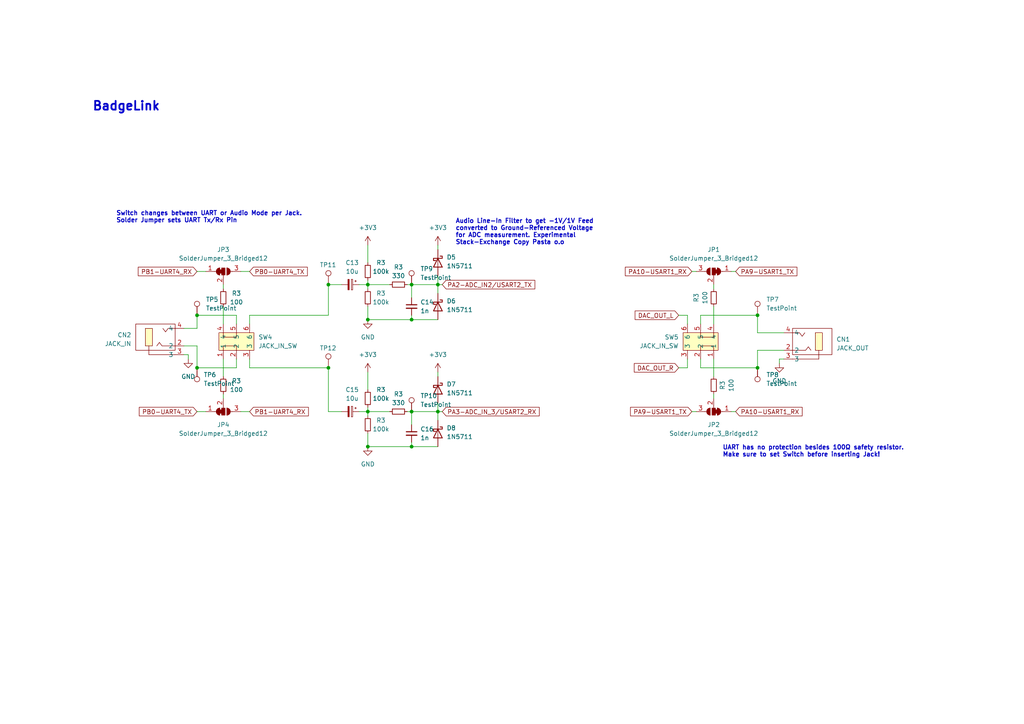
<source format=kicad_sch>
(kicad_sch (version 20230121) (generator eeschema)
  (paper "A4")
  (lib_symbols
    (symbol "Connector:TestPoint" (pin_numbers hide) (pin_names (offset 0.762) hide)
      (property "Reference" "TP" (at 0 6.858 0))
      (property "Value" "TestPoint" (at 0 5.08 0))
      (symbol "TestPoint_0_1"
        (circle (center 0 3.302) (radius 0.762))
      )
      (symbol "TestPoint_1_1"
        (pin passive line (at 0 0 90) (length 2.54) (name "1") (number "1"))
      )
    )
    (symbol "Device:C_Polarized_Small" (pin_numbers hide) (pin_names (offset 0.254) hide)
      (property "Reference" "C" (at 0.254 1.778 0))
      (property "Value" "C_Polarized_Small" (at 0.254 -2.032 0))
      (symbol "C_Polarized_Small_0_1"
        (rectangle (start -1.524 -0.3048) (end 1.524 -0.6858) (fill (type outline)))
        (rectangle (start -1.524 0.6858) (end 1.524 0.3048))
        (polyline (pts (xy -1.27 1.524) (xy -0.762 1.524)))
        (polyline (pts (xy -1.016 1.27) (xy -1.016 1.778)))
      )
      (symbol "C_Polarized_Small_1_1"
        (pin passive line (at 0 2.54 270) (length 1.8542) (name "~") (number "1"))
        (pin passive line (at 0 -2.54 90) (length 1.8542) (name "~") (number "2"))
      )
    )
    (symbol "Device:C_Small" (pin_numbers hide) (pin_names (offset 0.254) hide)
      (property "Reference" "C" (at 0.254 1.778 0))
      (property "Value" "C_Small" (at 0.254 -2.032 0))
      (symbol "C_Small_0_1"
        (polyline (pts (xy -1.524 -0.508) (xy 1.524 -0.508)) (stroke (width 0.3302)))
        (polyline (pts (xy -1.524 0.508) (xy 1.524 0.508)) (stroke (width 0.3048)))
      )
      (symbol "C_Small_1_1"
        (pin passive line (at 0 2.54 270) (length 2.032) (name "~") (number "1"))
        (pin passive line (at 0 -2.54 90) (length 2.032) (name "~") (number "2"))
      )
    )
    (symbol "Device:D_Schottky" (pin_numbers hide) (pin_names (offset 1.016) hide)
      (property "Reference" "D" (at 0 2.54 0))
      (property "Value" "D_Schottky" (at 0 -2.54 0))
      (symbol "D_Schottky_0_1"
        (polyline (pts (xy 1.27 0) (xy -1.27 0)))
        (polyline (pts (xy 1.27 1.27) (xy 1.27 -1.27) (xy -1.27 0) (xy 1.27 1.27)) (stroke (width 0.254)))
        (polyline (pts (xy -1.905 0.635) (xy -1.905 1.27) (xy -1.27 1.27) (xy -1.27 -1.27) (xy -0.635 -1.27) (xy -0.635 -0.635)) (stroke (width 0.254)))
      )
      (symbol "D_Schottky_1_1"
        (pin passive line (at -3.81 0 0) (length 2.54) (name "K") (number "1"))
        (pin passive line (at 3.81 0 180) (length 2.54) (name "A") (number "2"))
      )
    )
    (symbol "Device:R_Small" (pin_numbers hide) (pin_names (offset 0.254) hide)
      (property "Reference" "R" (at 0.762 0.508 0))
      (property "Value" "R_Small" (at 0.762 -1.016 0))
      (symbol "R_Small_0_1"
        (rectangle (start -0.762 1.778) (end 0.762 -1.778) (stroke (width 0.2032)))
      )
      (symbol "R_Small_1_1"
        (pin passive line (at 0 2.54 270) (length 0.762) (name "~") (number "1"))
        (pin passive line (at 0 -2.54 90) (length 0.762) (name "~") (number "2"))
      )
    )
    (symbol "Jumper:SolderJumper_3_Bridged12" (pin_names (offset 0) hide)
      (property "Reference" "JP" (at -2.54 -2.54 0))
      (property "Value" "SolderJumper_3_Bridged12" (at 0 2.794 0))
      (symbol "SolderJumper_3_Bridged12_0_1"
        (rectangle (start -1.016 0.508) (end -0.508 -0.508) (fill (type outline)))
        (arc (start -1.016 1.016) (mid -2.0276 0) (end -1.016 -1.016))
        (arc (start -1.016 1.016) (mid -2.0276 0) (end -1.016 -1.016) (fill (type outline)))
        (rectangle (start -0.508 1.016) (end 0.508 -1.016) (fill (type outline)))
        (polyline (pts (xy -2.54 0) (xy -2.032 0)))
        (polyline (pts (xy -1.016 1.016) (xy -1.016 -1.016)))
        (polyline (pts (xy 0 -1.27) (xy 0 -1.016)))
        (polyline (pts (xy 1.016 1.016) (xy 1.016 -1.016)))
        (polyline (pts (xy 2.54 0) (xy 2.032 0)))
        (arc (start 1.016 -1.016) (mid 2.0276 0) (end 1.016 1.016))
        (arc (start 1.016 -1.016) (mid 2.0276 0) (end 1.016 1.016) (fill (type outline)))
      )
      (symbol "SolderJumper_3_Bridged12_1_1"
        (pin passive line (at -5.08 0 0) (length 2.54) (name "A") (number "1"))
        (pin passive line (at 0 -3.81 90) (length 2.54) (name "C") (number "2"))
        (pin passive line (at 5.08 0 180) (length 2.54) (name "B") (number "3"))
      )
    )
    (symbol "PJ-320:PJ-320"
      (property "Reference" "CN" (at 0 7.62 0))
      (property "Value" "PJ-320" (at 0 -10.16 0))
      (symbol "PJ-320_0_1"
        (rectangle (start -11.43 1.27) (end 0 -6.35))
        (rectangle (start -8.64 0) (end -6.6 -5.08) (fill (type background)))
        (polyline (pts (xy -7.62 2.54) (xy -7.62 0)))
        (polyline (pts (xy -7.62 2.54) (xy 0 2.54)))
        (polyline (pts (xy 0 -5.08) (xy -2.03 -5.08) (xy -2.79 -4.06) (xy -3.56 -5.08)))
        (polyline (pts (xy 0 0) (xy -3.81 0) (xy -4.57 -1.02) (xy -5.33 0)))
        (pin unspecified line (at 2.54 0 180) (length 2.54) (name "2") (number "2"))
        (pin unspecified line (at 2.54 2.54 180) (length 2.54) (name "3") (number "3"))
        (pin unspecified line (at 2.54 -5.08 180) (length 2.54) (name "4") (number "4"))
      )
    )
    (symbol "SS-3390S-L2:SS-3390S-L2"
      (property "Reference" "SW4" (at 6.35 1.27 0))
      (property "Value" "JACK_IN_SW" (at 6.35 -1.27 0))
      (symbol "SS-3390S-L2_0_1"
        (polyline (pts (xy -3.81 -2.54) (xy -3.81 -1.27) (xy 0 -1.27) (xy 0 -2.54)))
        (polyline (pts (xy -3.81 2.54) (xy -3.81 1.27) (xy 0 1.27) (xy 0 2.54)))
        (pin unspecified line (at -3.81 -5.08 90) (length 2.54) (name "1") (number "1"))
        (pin unspecified line (at 0 -5.08 90) (length 2.54) (name "2") (number "2"))
        (pin unspecified line (at 3.81 -5.08 90) (length 2.54) (name "3") (number "3"))
        (pin unspecified line (at -3.81 5.08 270) (length 2.54) (name "4") (number "4"))
        (pin unspecified line (at 0 5.08 270) (length 2.54) (name "5") (number "5"))
        (pin unspecified line (at 3.81 5.08 270) (length 2.54) (name "6") (number "6"))
      )
      (symbol "SS-3390S-L2_1_1"
        (rectangle (start -5.08 2.54) (end 5.08 -2.54) (fill (type background)))
      )
    )
    (symbol "SS-3390S-L2_1"
      (property "Reference" "SW5" (at 6.35 1.27 0))
      (property "Value" "JACK_IN_SW" (at 6.35 -1.27 0))
      (symbol "SS-3390S-L2_1_0_1"
        (polyline (pts (xy -3.81 -2.54) (xy -3.81 -1.27) (xy 0 -1.27) (xy 0 -2.54)))
        (polyline (pts (xy -3.81 2.54) (xy -3.81 1.27) (xy 0 1.27) (xy 0 2.54)))
        (pin unspecified line (at -3.81 -5.08 90) (length 2.54) (name "1") (number "1"))
        (pin unspecified line (at 0 -5.08 90) (length 2.54) (name "2") (number "2"))
        (pin unspecified line (at 3.81 -5.08 90) (length 2.54) (name "3") (number "3"))
        (pin unspecified line (at -3.81 5.08 270) (length 2.54) (name "4") (number "4"))
        (pin unspecified line (at 0 5.08 270) (length 2.54) (name "5") (number "5"))
        (pin unspecified line (at 3.81 5.08 270) (length 2.54) (name "6") (number "6"))
      )
      (symbol "SS-3390S-L2_1_1_1"
        (rectangle (start -5.08 2.54) (end 5.08 -2.54) (fill (type background)))
      )
    )
    (symbol "power:+3V3" (power) (pin_names (offset 0))
      (property "Value" "+3V3" (at 0 3.556 0))
      (symbol "+3V3_0_1"
        (polyline (pts (xy -0.762 1.27) (xy 0 2.54)))
        (polyline (pts (xy 0 0) (xy 0 2.54)))
        (polyline (pts (xy 0 2.54) (xy 0.762 1.27)))
      )
      (symbol "+3V3_1_1"
        (pin power_in line (at 0 0 90) (length 0) hide (name "+3V3") (number "1"))
      )
    )
    (symbol "power:GND" (power) (pin_names (offset 0))
      (property "Value" "GND" (at 0 -3.81 0))
      (symbol "GND_0_1"
        (polyline (pts (xy 0 0) (xy 0 -1.27) (xy 1.27 -1.27) (xy 0 -2.54) (xy -1.27 -1.27) (xy 0 -1.27)))
      )
      (symbol "GND_1_1"
        (pin power_in line (at 0 0 270) (length 0) hide (name "GND") (number "1"))
      )
    )
  )
  (junction (at 119.38 129.54))
  (junction (at 106.68 129.54))
  (junction (at 119.38 119.38))
  (junction (at 127 82.55))
  (junction (at 219.71 91.44))
  (junction (at 119.38 82.55))
  (junction (at 219.71 106.68))
  (junction (at 106.68 119.38))
  (junction (at 57.15 106.68))
  (junction (at 127 119.38))
  (junction (at 95.25 106.68))
  (junction (at 57.15 91.44))
  (junction (at 95.25 82.55))
  (junction (at 106.68 92.71))
  (junction (at 106.68 82.55))
  (junction (at 119.38 92.71))
  (wire (pts (xy 196.85 91.44) (xy 199.39 91.44)))
  (wire (pts (xy 106.68 82.55) (xy 106.68 83.82)))
  (wire (pts (xy 106.68 107.95) (xy 106.68 113.03)))
  (wire (pts (xy 127 119.38) (xy 128.27 119.38)))
  (wire (pts (xy 207.01 88.9) (xy 207.01 93.98)))
  (wire (pts (xy 72.39 91.44) (xy 72.39 93.98)))
  (wire (pts (xy 57.15 106.68) (xy 68.58 106.68)))
  (wire (pts (xy 203.2 104.14) (xy 203.2 106.68)))
  (wire (pts (xy 106.68 118.11) (xy 106.68 119.38)))
  (wire (pts (xy 54.61 102.87) (xy 54.61 104.14)))
  (wire (pts (xy 219.71 106.68) (xy 203.2 106.68)))
  (wire (pts (xy 64.77 88.9) (xy 64.77 93.98)))
  (wire (pts (xy 53.34 100.33) (xy 57.15 100.33)))
  (wire (pts (xy 127 107.95) (xy 127 109.22)))
  (wire (pts (xy 212.09 78.74) (xy 213.36 78.74)))
  (wire (pts (xy 104.14 119.38) (xy 106.68 119.38)))
  (wire (pts (xy 95.25 82.55) (xy 99.06 82.55)))
  (wire (pts (xy 106.68 82.55) (xy 113.03 82.55)))
  (wire (pts (xy 227.33 101.6) (xy 219.71 101.6)))
  (wire (pts (xy 118.11 82.55) (xy 119.38 82.55)))
  (wire (pts (xy 95.25 91.44) (xy 95.25 82.55)))
  (wire (pts (xy 69.85 78.74) (xy 72.39 78.74)))
  (wire (pts (xy 95.25 106.68) (xy 95.25 119.38)))
  (wire (pts (xy 106.68 81.28) (xy 106.68 82.55)))
  (wire (pts (xy 127 71.12) (xy 127 72.39)))
  (wire (pts (xy 119.38 119.38) (xy 127 119.38)))
  (wire (pts (xy 64.77 114.3) (xy 64.77 115.57)))
  (wire (pts (xy 200.66 119.38) (xy 201.93 119.38)))
  (wire (pts (xy 199.39 91.44) (xy 199.39 93.98)))
  (wire (pts (xy 119.38 129.54) (xy 127 129.54)))
  (wire (pts (xy 57.15 78.74) (xy 59.69 78.74)))
  (wire (pts (xy 72.39 106.68) (xy 95.25 106.68)))
  (wire (pts (xy 119.38 119.38) (xy 119.38 123.19)))
  (wire (pts (xy 69.85 119.38) (xy 72.39 119.38)))
  (wire (pts (xy 127 82.55) (xy 127 85.09)))
  (wire (pts (xy 119.38 128.27) (xy 119.38 129.54)))
  (wire (pts (xy 95.25 119.38) (xy 99.06 119.38)))
  (wire (pts (xy 127 119.38) (xy 127 121.92)))
  (wire (pts (xy 196.85 106.68) (xy 199.39 106.68)))
  (wire (pts (xy 106.68 71.12) (xy 106.68 76.2)))
  (wire (pts (xy 57.15 91.44) (xy 68.58 91.44)))
  (wire (pts (xy 219.71 96.52) (xy 227.33 96.52)))
  (wire (pts (xy 127 119.38) (xy 127 116.84)))
  (wire (pts (xy 212.09 119.38) (xy 213.36 119.38)))
  (wire (pts (xy 57.15 119.38) (xy 59.69 119.38)))
  (wire (pts (xy 219.71 91.44) (xy 219.71 96.52)))
  (wire (pts (xy 207.01 104.14) (xy 207.01 109.22)))
  (wire (pts (xy 53.34 102.87) (xy 54.61 102.87)))
  (wire (pts (xy 200.66 78.74) (xy 201.93 78.74)))
  (wire (pts (xy 72.39 104.14) (xy 72.39 106.68)))
  (wire (pts (xy 106.68 125.73) (xy 106.68 129.54)))
  (wire (pts (xy 226.06 105.41) (xy 226.06 104.14)))
  (wire (pts (xy 127 82.55) (xy 128.27 82.55)))
  (wire (pts (xy 57.15 100.33) (xy 57.15 106.68)))
  (wire (pts (xy 203.2 91.44) (xy 219.71 91.44)))
  (wire (pts (xy 106.68 119.38) (xy 113.03 119.38)))
  (wire (pts (xy 119.38 82.55) (xy 119.38 86.36)))
  (wire (pts (xy 106.68 88.9) (xy 106.68 92.71)))
  (wire (pts (xy 127 82.55) (xy 127 80.01)))
  (wire (pts (xy 199.39 106.68) (xy 199.39 104.14)))
  (wire (pts (xy 106.68 129.54) (xy 119.38 129.54)))
  (wire (pts (xy 106.68 92.71) (xy 119.38 92.71)))
  (wire (pts (xy 203.2 93.98) (xy 203.2 91.44)))
  (wire (pts (xy 207.01 82.55) (xy 207.01 83.82)))
  (wire (pts (xy 207.01 114.3) (xy 207.01 115.57)))
  (wire (pts (xy 68.58 91.44) (xy 68.58 93.98)))
  (wire (pts (xy 119.38 91.44) (xy 119.38 92.71)))
  (wire (pts (xy 57.15 95.25) (xy 57.15 91.44)))
  (wire (pts (xy 104.14 82.55) (xy 106.68 82.55)))
  (wire (pts (xy 68.58 106.68) (xy 68.58 104.14)))
  (wire (pts (xy 119.38 92.71) (xy 127 92.71)))
  (wire (pts (xy 72.39 91.44) (xy 95.25 91.44)))
  (wire (pts (xy 106.68 119.38) (xy 106.68 120.65)))
  (wire (pts (xy 119.38 82.55) (xy 127 82.55)))
  (wire (pts (xy 219.71 101.6) (xy 219.71 106.68)))
  (wire (pts (xy 118.11 119.38) (xy 119.38 119.38)))
  (wire (pts (xy 64.77 82.55) (xy 64.77 83.82)))
  (wire (pts (xy 64.77 104.14) (xy 64.77 109.22)))
  (wire (pts (xy 53.34 95.25) (xy 57.15 95.25)))
  (wire (pts (xy 226.06 104.14) (xy 227.33 104.14)))
  (text "BadgeLink" (at 26.67 32.385 0) (effects (font (size 2.54 2.54) bold) (justify left bottom)))
  (text "Audio Line-In Filter to get -1V/1V Feed \nconverted to Ground-Referenced Voltage\nfor ADC measurement. Experimental\nStack-Exchange Copy Pasta o.o" (at 132.08 71.12 0) (effects (font (size 1.27 1.27) bold) (justify left bottom)))
  (text "UART has no protection besides 100Ω safety resistor.\nMake sure to set Switch before inserting Jack!" (at 209.55 132.715 0) (effects (font (size 1.27 1.27) bold) (justify left bottom)))
  (text "Switch changes between UART or Audio Mode per Jack.\nSolder Jumper sets UART Tx/Rx Pin" (at 33.655 64.77 0) (effects (font (size 1.27 1.27) bold) (justify left bottom)))
  (global_label "PA9-USART1_TX" (shape input) (at 213.36 78.74 0) (property "Intersheetrefs" "${INTERSHEET_REFS}" (effects hide)))
  (global_label "PB1-UART4_RX" (shape input) (at 72.39 119.38 0) (property "Intersheetrefs" "${INTERSHEET_REFS}" (effects hide)))
  (global_label "PA2-ADC_IN2{slash}USART2_TX" (shape input) (at 128.27 82.55 0) (property "Intersheetrefs" "${INTERSHEET_REFS}" (effects hide)))
  (global_label "PB0-UART4_TX" (shape input) (at 57.15 119.38 180) (property "Intersheetrefs" "${INTERSHEET_REFS}" (effects hide)))
  (global_label "DAC_OUT_R" (shape input) (at 196.85 106.68 180) (property "Intersheetrefs" "${INTERSHEET_REFS}" (effects hide)))
  (global_label "PA9-USART1_TX" (shape input) (at 200.66 119.38 180) (property "Intersheetrefs" "${INTERSHEET_REFS}" (effects hide)))
  (global_label "DAC_OUT_L" (shape input) (at 196.85 91.44 180) (property "Intersheetrefs" "${INTERSHEET_REFS}" (effects hide)))
  (global_label "PA3-ADC_IN_3{slash}USART2_RX" (shape input) (at 128.27 119.38 0) (property "Intersheetrefs" "${INTERSHEET_REFS}" (effects hide)))
  (global_label "PA10-USART1_RX" (shape input) (at 213.36 119.38 0) (property "Intersheetrefs" "${INTERSHEET_REFS}" (effects hide)))
  (global_label "PB1-UART4_RX" (shape input) (at 57.15 78.74 180) (property "Intersheetrefs" "${INTERSHEET_REFS}" (effects hide)))
  (global_label "PB0-UART4_TX" (shape input) (at 72.39 78.74 0) (property "Intersheetrefs" "${INTERSHEET_REFS}" (effects hide)))
  (global_label "PA10-USART1_RX" (shape input) (at 200.66 78.74 180) (property "Intersheetrefs" "${INTERSHEET_REFS}" (effects hide)))
  (symbol (lib_id "Device:D_Schottky") (at 127 76.2 270) (unit 1)
    (property "Reference" "D5" (at 129.54 74.6125 90) (effects (justify left)))
    (property "Value" "1N5711" (at 129.54 77.1525 90) (effects (justify left)))
    (property "Footprint" "Diode_SMD:D_SOD-323" (effects hide))
  )
  (symbol (lib_name "SS-3390S-L2_1") (lib_id "SS-3390S-L2:SS-3390S-L2") (at 203.2 99.06 0) (mirror y) (unit 1)
    (property "Reference" "SW5" (at 196.85 97.79 0) (effects (justify left)))
    (property "Value" "JACK_IN_SW" (at 196.85 100.33 0) (effects (justify left)))
    (property "Footprint" "SS-3390S-L2:SW-SMD_6P-L7.2-W3.5-P2.50-LS6.0-BL" (effects hide))
    (property "Datasheet" "https://lcsc.com/product-detail/Toggle-Switches_XKB-Enterprise-SS-3390S-L2_C318997.html" (effects hide))
    (property "LCSC Part" "C318997" (effects hide))
  )
  (symbol (lib_id "Device:R_Small") (at 207.01 111.76 180) (unit 1)
    (property "Reference" "R3" (at 209.55 111.76 90))
    (property "Value" "100" (at 212.09 111.76 90))
    (property "Footprint" "Resistor_SMD:R_0603_1608Metric" (effects hide))
    (instances (project "Badge_Bottom" (path "" (reference "R3") (unit 1)) (path "" (reference "R7") (unit 1)) (path "" (reference "R7") (unit 1)) (path "" (reference "R7") (unit 1))))
  )
  (symbol (lib_id "Device:R_Small") (at 106.68 115.57 0) (unit 1)
    (property "Reference" "R3" (at 110.49 113.03 0))
    (property "Value" "100k" (at 110.49 115.57 0))
    (property "Footprint" "Resistor_SMD:R_0603_1608Metric" (effects hide))
    (instances (project "Badge_Bottom" (path "" (reference "R3") (unit 1)) (path "" (reference "R4") (unit 1)) (path "" (reference "R4") (unit 1)) (path "" (reference "R4") (unit 1))))
  )
  (symbol (lib_id "Device:D_Schottky") (at 127 125.73 270) (unit 1)
    (property "Reference" "D8" (at 129.54 124.1425 90) (effects (justify left)))
    (property "Value" "1N5711" (at 129.54 126.6825 90) (effects (justify left)))
    (property "Footprint" "Diode_SMD:D_SOD-323" (effects hide))
  )
  (symbol (lib_id "Connector:TestPoint") (at 219.71 106.68 180) (unit 1)
    (property "Reference" "TP8" (at 222.25 108.712 0) (effects (justify right)))
    (property "Value" "TestPoint" (at 222.25 111.252 0) (effects (justify right)))
    (property "Footprint" "TestPoint:TestPoint_Pad_D1.0mm" (effects hide))
    (instances (project "Badge_Bottom" (path "" (reference "TP8") (unit 1)) (path "" (reference "TP1") (unit 1))))
  )
  (symbol (lib_id "power:GND") (at 54.61 104.14 0) (unit 1)
    (property "Reference" "#PWR028" (effects hide))
    (property "Value" "GND" (at 54.61 109.22 0))
    (instances (project "Badge_Bottom" (path "" (reference "#PWR028") (unit 1)) (path "" (reference "#PWR029") (unit 1)) (path "" (reference "#PWR028") (unit 1))))
  )
  (symbol (lib_id "Jumper:SolderJumper_3_Bridged12") (at 207.01 119.38 180) (unit 1)
    (property "Reference" "JP2" (at 207.01 123.19 0))
    (property "Value" "SolderJumper_3_Bridged12" (at 207.01 125.73 0))
    (property "Footprint" "Jumper:SolderJumper-3_P1.3mm_Bridged12_RoundedPad1.0x1.5mm" (effects hide))
  )
  (symbol (lib_id "PJ-320:PJ-320") (at 229.87 101.6 180) (unit 1)
    (property "Reference" "CN1" (at 242.57 98.425 0) (effects (justify right)))
    (property "Value" "JACK_OUT" (at 242.57 100.965 0) (effects (justify right)))
    (property "Footprint" "PJ-320:AUDIO-TH_HOOYA_PJ-320" (effects hide))
    (property "Manufacturer" "HOOYA(皓宇电子)" (effects hide))
    (property "LCSC Part" "C2939180" (effects hide))
    (property "JLC Part" "Extended Part" (effects hide))
    (instances (project "Badge_Bottom" (path "" (reference "CN1") (unit 1)) (path "" (reference "CN2") (unit 1)) (path "" (reference "CN1") (unit 1))))
  )
  (symbol (lib_id "Jumper:SolderJumper_3_Bridged12") (at 64.77 78.74 0) (unit 1)
    (property "Reference" "JP3" (at 64.77 72.39 0))
    (property "Value" "SolderJumper_3_Bridged12" (at 64.77 74.93 0))
    (property "Footprint" "Jumper:SolderJumper-3_P1.3mm_Bridged12_RoundedPad1.0x1.5mm" (effects hide))
  )
  (symbol (lib_id "Device:R_Small") (at 115.57 82.55 90) (unit 1)
    (property "Reference" "R3" (at 115.57 77.47 90))
    (property "Value" "330" (at 115.57 80.01 90))
    (property "Footprint" "Resistor_SMD:R_0603_1608Metric" (effects hide))
    (instances (project "Badge_Bottom" (path "" (reference "R3") (unit 1)) (path "" (reference "R4") (unit 1)) (path "" (reference "R4") (unit 1)) (path "" (reference "R20") (unit 1))))
  )
  (symbol (lib_id "Connector:TestPoint") (at 57.15 106.68 180) (unit 1)
    (property "Reference" "TP6" (at 59.055 108.712 0) (effects (justify right)))
    (property "Value" "TestPoint" (at 59.055 111.252 0) (effects (justify right)))
    (property "Footprint" "TestPoint:TestPoint_Pad_D1.0mm" (effects hide))
    (instances (project "Badge_Bottom" (path "" (reference "TP6") (unit 1)) (path "" (reference "TP1") (unit 1))))
  )
  (symbol (lib_id "Device:R_Small") (at 64.77 86.36 180) (unit 1)
    (property "Reference" "R3" (at 68.58 85.09 0))
    (property "Value" "100" (at 68.58 87.63 0))
    (property "Footprint" "Resistor_SMD:R_0603_1608Metric" (effects hide))
    (instances (project "Badge_Bottom" (path "" (reference "R3") (unit 1)) (path "" (reference "R6") (unit 1)) (path "" (reference "R6") (unit 1)) (path "" (reference "R22") (unit 1))))
  )
  (symbol (lib_id "Device:C_Small") (at 119.38 125.73 0) (unit 1)
    (property "Reference" "C16" (at 121.92 124.4663 0) (effects (justify left)))
    (property "Value" "1n" (at 121.92 127.0063 0) (effects (justify left)))
    (property "Footprint" "Capacitor_SMD:C_0603_1608Metric" (effects hide))
  )
  (symbol (lib_id "Jumper:SolderJumper_3_Bridged12") (at 207.01 78.74 0) (mirror y) (unit 1)
    (property "Reference" "JP1" (at 207.01 72.39 0))
    (property "Value" "SolderJumper_3_Bridged12" (at 207.01 74.93 0))
    (property "Footprint" "Jumper:SolderJumper-3_P1.3mm_Bridged12_RoundedPad1.0x1.5mm" (effects hide))
  )
  (symbol (lib_id "Connector:TestPoint") (at 57.15 91.44 0) (unit 1)
    (property "Reference" "TP5" (at 59.69 86.868 0) (effects (justify left)))
    (property "Value" "TestPoint" (at 59.69 89.408 0) (effects (justify left)))
    (property "Footprint" "TestPoint:TestPoint_Pad_D1.0mm" (effects hide))
    (instances (project "Badge_Bottom" (path "" (reference "TP5") (unit 1)) (path "" (reference "TP1") (unit 1))))
  )
  (symbol (lib_id "power:GND") (at 106.68 92.71 0) (unit 1)
    (property "Reference" "#PWR028" (effects hide))
    (property "Value" "GND" (at 106.68 97.79 0))
    (instances (project "Badge_Bottom" (path "" (reference "#PWR028") (unit 1)) (path "" (reference "#PWR029") (unit 1)) (path "" (reference "#PWR057") (unit 1))))
  )
  (symbol (lib_id "Device:R_Small") (at 207.01 86.36 180) (unit 1)
    (property "Reference" "R3" (at 201.93 86.36 90))
    (property "Value" "100" (at 204.47 86.36 90))
    (property "Footprint" "Resistor_SMD:R_0603_1608Metric" (effects hide))
    (instances (project "Badge_Bottom" (path "" (reference "R3") (unit 1)) (path "" (reference "R6") (unit 1)) (path "" (reference "R6") (unit 1)) (path "" (reference "R6") (unit 1))))
  )
  (symbol (lib_id "SS-3390S-L2:SS-3390S-L2") (at 68.58 99.06 0) (unit 1)
    (property "Reference" "SW4" (at 74.93 97.79 0) (effects (justify left)))
    (property "Value" "JACK_IN_SW" (at 74.93 100.33 0) (effects (justify left)))
    (property "Footprint" "SS-3390S-L2:SW-SMD_6P-L7.2-W3.5-P2.50-LS6.0-BL" (effects hide))
    (property "Datasheet" "https://lcsc.com/product-detail/Toggle-Switches_XKB-Enterprise-SS-3390S-L2_C318997.html" (effects hide))
    (property "LCSC Part" "C318997" (effects hide))
  )
  (symbol (lib_id "power:+3V3") (at 106.68 71.12 0) (unit 1)
    (property "Reference" "#PWR02" (effects hide))
    (property "Value" "+3V3" (at 106.68 66.04 0))
    (instances (project "Badge_Bottom" (path "" (reference "#PWR02") (unit 1)) (path "" (reference "#PWR024") (unit 1)) (path "" (reference "#PWR058") (unit 1))))
  )
  (symbol (lib_id "Device:D_Schottky") (at 127 113.03 270) (unit 1)
    (property "Reference" "D7" (at 129.54 111.4425 90) (effects (justify left)))
    (property "Value" "1N5711" (at 129.54 113.9825 90) (effects (justify left)))
    (property "Footprint" "Diode_SMD:D_SOD-323" (effects hide))
  )
  (symbol (lib_id "Device:D_Schottky") (at 127 88.9 270) (unit 1)
    (property "Reference" "D6" (at 129.54 87.3125 90) (effects (justify left)))
    (property "Value" "1N5711" (at 129.54 89.8525 90) (effects (justify left)))
    (property "Footprint" "Diode_SMD:D_SOD-323" (effects hide))
  )
  (symbol (lib_id "power:GND") (at 226.06 105.41 0) (unit 1)
    (property "Reference" "#PWR028" (effects hide))
    (property "Value" "GND" (at 226.06 110.49 0))
    (instances (project "Badge_Bottom" (path "" (reference "#PWR028") (unit 1)) (path "" (reference "#PWR029") (unit 1)) (path "" (reference "#PWR029") (unit 1))))
  )
  (symbol (lib_id "Device:C_Small") (at 119.38 88.9 0) (unit 1)
    (property "Reference" "C14" (at 121.92 87.6363 0) (effects (justify left)))
    (property "Value" "1n" (at 121.92 90.1763 0) (effects (justify left)))
    (property "Footprint" "Capacitor_SMD:C_0603_1608Metric" (effects hide))
  )
  (symbol (lib_id "Connector:TestPoint") (at 219.71 91.44 0) (unit 1)
    (property "Reference" "TP7" (at 222.25 86.868 0) (effects (justify left)))
    (property "Value" "TestPoint" (at 222.25 89.408 0) (effects (justify left)))
    (property "Footprint" "TestPoint:TestPoint_Pad_D1.0mm" (effects hide))
    (instances (project "Badge_Bottom" (path "" (reference "TP7") (unit 1)) (path "" (reference "TP1") (unit 1))))
  )
  (symbol (lib_id "Device:C_Polarized_Small") (at 101.6 119.38 270) (unit 1)
    (property "Reference" "C15" (at 102.1461 113.03 90))
    (property "Value" "10u" (at 102.1461 115.57 90))
    (property "Footprint" "Capacitor_Tantalum_SMD:CP_EIA-3216-18_Kemet-A" (effects hide))
  )
  (symbol (lib_id "power:+3V3") (at 127 71.12 0) (unit 1)
    (property "Reference" "#PWR02" (effects hide))
    (property "Value" "+3V3" (at 127 66.04 0))
    (instances (project "Badge_Bottom" (path "" (reference "#PWR02") (unit 1)) (path "" (reference "#PWR024") (unit 1)) (path "" (reference "#PWR059") (unit 1))))
  )
  (symbol (lib_id "power:+3V3") (at 127 107.95 0) (unit 1)
    (property "Reference" "#PWR02" (effects hide))
    (property "Value" "+3V3" (at 127 102.87 0))
    (instances (project "Badge_Bottom" (path "" (reference "#PWR02") (unit 1)) (path "" (reference "#PWR024") (unit 1)) (path "" (reference "#PWR062") (unit 1))))
  )
  (symbol (lib_id "Jumper:SolderJumper_3_Bridged12") (at 64.77 119.38 0) (mirror x) (unit 1)
    (property "Reference" "JP4" (at 64.77 123.19 0))
    (property "Value" "SolderJumper_3_Bridged12" (at 64.77 125.73 0))
    (property "Footprint" "Jumper:SolderJumper-3_P1.3mm_Bridged12_RoundedPad1.0x1.5mm" (effects hide))
  )
  (symbol (lib_id "Device:R_Small") (at 106.68 78.74 0) (unit 1)
    (property "Reference" "R3" (at 110.49 76.2 0))
    (property "Value" "100k" (at 110.49 78.74 0))
    (property "Footprint" "Resistor_SMD:R_0603_1608Metric" (effects hide))
    (instances (project "Badge_Bottom" (path "" (reference "R3") (unit 1)) (path "" (reference "R4") (unit 1)) (path "" (reference "R4") (unit 1)) (path "" (reference "R19") (unit 1))))
  )
  (symbol (lib_id "PJ-320:PJ-320") (at 50.8 100.33 0) (mirror x) (unit 1)
    (property "Reference" "CN2" (at 38.1 97.155 0) (effects (justify right)))
    (property "Value" "JACK_IN" (at 38.1 99.695 0) (effects (justify right)))
    (property "Footprint" "PJ-320:AUDIO-TH_HOOYA_PJ-320" (effects hide))
    (property "Manufacturer" "HOOYA(皓宇电子)" (effects hide))
    (property "LCSC Part" "C2939180" (effects hide))
    (property "JLC Part" "Extended Part" (effects hide))
    (instances (project "Badge_Bottom" (path "" (reference "CN2") (unit 1)) (path "" (reference "CN1") (unit 1)) (path "" (reference "CN2") (unit 1))))
  )
  (symbol (lib_id "power:+3V3") (at 106.68 107.95 0) (unit 1)
    (property "Reference" "#PWR02" (effects hide))
    (property "Value" "+3V3" (at 106.68 102.87 0))
    (instances (project "Badge_Bottom" (path "" (reference "#PWR02") (unit 1)) (path "" (reference "#PWR024") (unit 1)) (path "" (reference "#PWR060") (unit 1))))
  )
  (symbol (lib_id "Device:R_Small") (at 115.57 119.38 90) (unit 1)
    (property "Reference" "R3" (at 115.57 114.3 90))
    (property "Value" "330" (at 115.57 116.84 90))
    (property "Footprint" "Resistor_SMD:R_0603_1608Metric" (effects hide))
    (instances (project "Badge_Bottom" (path "" (reference "R3") (unit 1)) (path "" (reference "R4") (unit 1)) (path "" (reference "R4") (unit 1)) (path "" (reference "R21") (unit 1))))
  )
  (symbol (lib_id "Device:C_Polarized_Small") (at 101.6 82.55 270) (unit 1)
    (property "Reference" "C13" (at 102.1461 76.2 90))
    (property "Value" "10u" (at 102.1461 78.74 90))
    (property "Footprint" "Capacitor_Tantalum_SMD:CP_EIA-3216-18_Kemet-A" (effects hide))
  )
  (symbol (lib_id "Device:R_Small") (at 64.77 111.76 180) (unit 1)
    (property "Reference" "R3" (at 68.58 110.49 0))
    (property "Value" "100" (at 68.58 113.03 0))
    (property "Footprint" "Resistor_SMD:R_0603_1608Metric" (effects hide))
    (instances (project "Badge_Bottom" (path "" (reference "R3") (unit 1)) (path "" (reference "R7") (unit 1)) (path "" (reference "R7") (unit 1)) (path "" (reference "R23") (unit 1))))
  )
  (symbol (lib_id "Device:R_Small") (at 106.68 86.36 0) (unit 1)
    (property "Reference" "R3" (at 110.49 85.09 0))
    (property "Value" "100k" (at 110.49 87.63 0))
    (property "Footprint" "Resistor_SMD:R_0603_1608Metric" (effects hide))
    (instances (project "Badge_Bottom" (path "" (reference "R3") (unit 1)) (path "" (reference "R4") (unit 1)) (path "" (reference "R4") (unit 1)) (path "" (reference "R18") (unit 1))))
  )
  (symbol (lib_id "Connector:TestPoint") (at 95.25 106.68 0) (unit 1)
    (property "Reference" "TP12" (at 92.71 100.965 0) (effects (justify left)))
    (property "Value" "TestPoint" (effects hide))
    (property "Footprint" "TestPoint:TestPoint_Pad_D1.0mm" (effects hide))
    (instances (project "Badge_Bottom" (path "" (reference "TP12") (unit 1)) (path "" (reference "TP1") (unit 1))))
  )
  (symbol (lib_id "Device:R_Small") (at 106.68 123.19 0) (unit 1)
    (property "Reference" "R3" (at 110.49 121.92 0))
    (property "Value" "100k" (at 110.49 124.46 0))
    (property "Footprint" "Resistor_SMD:R_0603_1608Metric" (effects hide))
    (instances (project "Badge_Bottom" (path "" (reference "R3") (unit 1)) (path "" (reference "R4") (unit 1)) (path "" (reference "R4") (unit 1)) (path "" (reference "R5") (unit 1))))
  )
  (symbol (lib_id "Connector:TestPoint") (at 119.38 82.55 0) (unit 1)
    (property "Reference" "TP9" (at 121.92 77.978 0) (effects (justify left)))
    (property "Value" "TestPoint" (at 121.92 80.518 0) (effects (justify left)))
    (property "Footprint" "TestPoint:TestPoint_Pad_D1.0mm" (effects hide))
    (instances (project "Badge_Bottom" (path "" (reference "TP9") (unit 1)) (path "" (reference "TP1") (unit 1))))
  )
  (symbol (lib_id "Connector:TestPoint") (at 95.25 82.55 0) (unit 1)
    (property "Reference" "TP11" (at 92.71 76.835 0) (effects (justify left)))
    (property "Value" "TestPoint" (effects hide))
    (property "Footprint" "TestPoint:TestPoint_Pad_D1.0mm" (effects hide))
    (instances (project "Badge_Bottom" (path "" (reference "TP11") (unit 1)) (path "" (reference "TP1") (unit 1))))
  )
  (symbol (lib_id "power:GND") (at 106.68 129.54 0) (unit 1)
    (property "Reference" "#PWR028" (effects hide))
    (property "Value" "GND" (at 106.68 134.62 0))
    (instances (project "Badge_Bottom" (path "" (reference "#PWR028") (unit 1)) (path "" (reference "#PWR029") (unit 1)) (path "" (reference "#PWR061") (unit 1))))
  )
  (symbol (lib_id "Connector:TestPoint") (at 119.38 119.38 0) (unit 1)
    (property "Reference" "TP10" (at 121.92 114.808 0) (effects (justify left)))
    (property "Value" "TestPoint" (at 121.92 117.348 0) (effects (justify left)))
    (property "Footprint" "TestPoint:TestPoint_Pad_D1.0mm" (effects hide))
    (instances (project "Badge_Bottom" (path "" (reference "TP10") (unit 1)) (path "" (reference "TP1") (unit 1))))
  )
)
</source>
